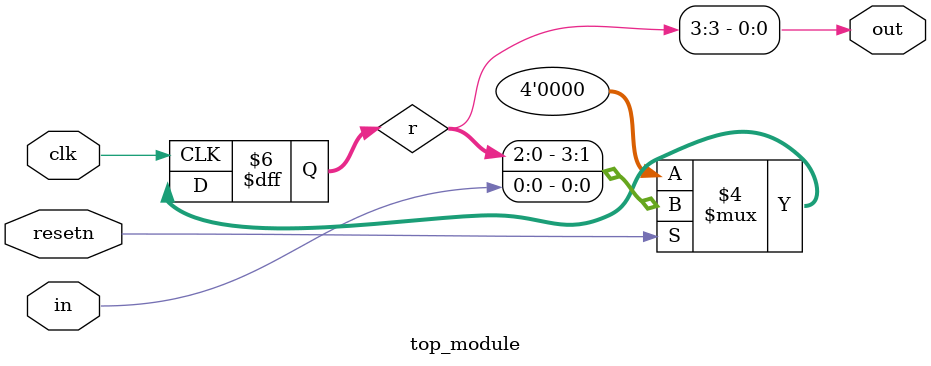
<source format=v>
module top_module (
    input clk,
    input resetn,   // synchronous reset
    input in,
    output out);
    reg[3:0]r;
    always@(posedge clk)
        begin
            if(resetn=='b0) r<='b0;
            else r<={r[2:0],in};
        end
    assign out=r[3];
endmodule

</source>
